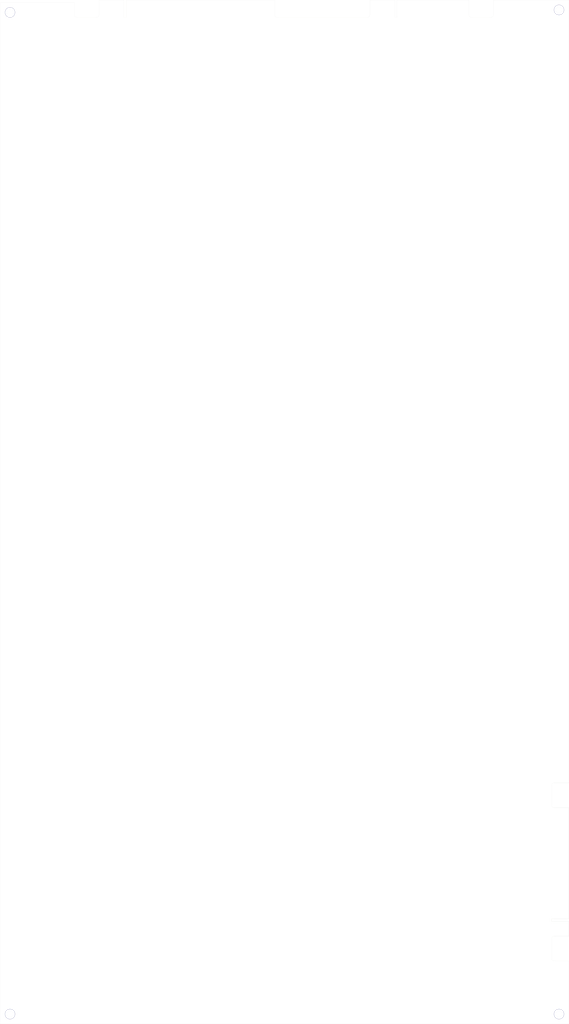
<source format=kicad_pcb>
(kicad_pcb (version 20211014) (generator pcbnew)
  (layers (0 "F.Cu" signal) (31 "B.Cu" signal) (34 "B.Paste" user) (35 "F.Paste" user) (36 "B.SilkS" user "B.Silkscreen") (37 "F.SilkS" user "F.Silkscreen") (38 "B.Mask" user) (39 "F.Mask" user) (44 "Edge.Cuts" user))
  (net 0 "")
  (footprint "Star_Wars_Vector_PCB:MountingHole" (layer "F.Cu") (at 320.04 29.21)
    (fp_text reference "REF**" hide)
    (fp_text value "MountingHole")
    (pad "1" thru_hole circle locked (at 0 0) (size 5.207 5.207) (drill 5.08) (layers *.Cu *.Mask))
  )
  (footprint "Star_Wars_Vector_PCB:MountingHole" (layer "F.Cu") (at 38.1 30.48)
    (fp_text reference "REF**" hide)
    (fp_text value "MountingHole")
    (pad "1" thru_hole circle locked (at 0 0) (size 5.207 5.207) (drill 5.08) (layers *.Cu *.Mask))
  )
  (footprint "Star_Wars_Vector_PCB:MountingHole" (layer "F.Cu") (at 38.1 544.83)
    (fp_text reference "REF**" hide)
    (fp_text value "MountingHole")
    (pad "1" thru_hole circle locked (at 0 0) (size 5.207 5.207) (drill 5.08) (layers *.Cu *.Mask))
  )
  (footprint "Star_Wars_Vector_PCB:MountingHole" (layer "F.Cu") (at 320.04 544.83)
    (fp_text reference "REF**" hide)
    (fp_text value "MountingHole")
    (pad "1" thru_hole circle locked (at 0 0) (size 5.207 5.207) (drill 5.08) (layers *.Cu *.Mask))
  )
  (gr_line (start 33.02 25.4) (end 71.12 25.4) (layer "Edge.Cuts") (width 0.0254))
  (gr_line (start 325.12 426.085) (end 325.12 382.27) (layer "Edge.Cuts") (width 0.0254))
  (gr_line (start 316.23 516.255) (end 316.23 506.095) (layer "Edge.Cuts") (width 0.0254))
  (gr_arc (start 317.5 438.785) (mid 316.601974 438.413026) (end 316.23 437.515) (layer "Edge.Cuts") (width 0.0254))
  (gr_line (start 235.585 24.13) (end 235.585 33.02) (layer "Edge.Cuts") (width 0.0254))
  (gr_line (start 325.12 25.4) (end 325.12 24.13) (layer "Edge.Cuts") (width 0.0254))
  (gr_line (start 236.855 33.02) (end 236.855 24.13) (layer "Edge.Cuts") (width 0.0254))
  (gr_line (start 222.885 24.13) (end 235.585 24.13) (layer "Edge.Cuts") (width 0.0254))
  (gr_line (start 33.02 549.91) (end 100.965 549.91) (layer "Edge.Cuts") (width 0.0254))
  (gr_line (start 325.12 549.91) (end 325.12 517.525) (layer "Edge.Cuts") (width 0.0254))
  (gr_line (start 97.79 33.02) (end 97.79 24.13) (layer "Edge.Cuts") (width 0.0254))
  (gr_line (start 317.5 438.785) (end 325.12 438.785) (layer "Edge.Cuts") (width 0.05))
  (gr_line (start 325.12 382.27) (end 325.12 25.4) (layer "Edge.Cuts") (width 0.0254))
  (gr_line (start 316.23 495.935) (end 325.12 495.935) (layer "Edge.Cuts") (width 0.05))
  (gr_line (start 257.175 549.91) (end 100.965 549.91) (layer "Edge.Cuts") (width 0.0254))
  (gr_line (start 96.52 33.02) (end 97.79 33.02) (layer "Edge.Cuts") (width 0.0254))
  (gr_line (start 285.115 33.02) (end 274.955 33.02) (layer "Edge.Cuts") (width 0.0254))
  (gr_line (start 273.685 31.75) (end 273.685 24.13) (layer "Edge.Cuts") (width 0.0254))
  (gr_line (start 316.23 497.205) (end 316.23 495.935) (layer "Edge.Cuts") (width 0.05))
  (gr_line (start 33.02 549.91) (end 33.02 25.4) (layer "Edge.Cuts") (width 0.0254))
  (gr_line (start 325.12 24.13) (end 286.385 24.13) (layer "Edge.Cuts") (width 0.0254))
  (gr_line (start 325.12 438.785) (end 325.12 495.935) (layer "Edge.Cuts") (width 0.05))
  (gr_arc (start 83.82 31.75) (mid 83.448026 32.648026) (end 82.55 33.02) (layer "Edge.Cuts") (width 0.0254))
  (gr_line (start 316.23 437.515) (end 316.23 427.355) (layer "Edge.Cuts") (width 0.0254))
  (gr_line (start 173.99 31.75) (end 173.99 24.13) (layer "Edge.Cuts") (width 0.0254))
  (gr_line (start 173.99 24.13) (end 97.79 24.13) (layer "Edge.Cuts") (width 0.0254))
  (gr_arc (start 286.385 31.75) (mid 286.013026 32.648026) (end 285.115 33.02) (layer "Edge.Cuts") (width 0.0254))
  (gr_arc (start 274.955 33.02) (mid 274.056974 32.648026) (end 273.685 31.75) (layer "Edge.Cuts") (width 0.0254))
  (gr_line (start 83.82 24.13) (end 96.52 24.13) (layer "Edge.Cuts") (width 0.0254))
  (gr_line (start 221.615 33.02) (end 175.26 33.02) (layer "Edge.Cuts") (width 0.0254))
  (gr_arc (start 316.23 506.095) (mid 316.601974 505.196974) (end 317.5 504.825) (layer "Edge.Cuts") (width 0.0254))
  (gr_arc (start 222.885 31.75) (mid 222.513026 32.648026) (end 221.615 33.02) (layer "Edge.Cuts") (width 0.0254))
  (gr_line (start 325.12 549.91) (end 257.175 549.91) (layer "Edge.Cuts") (width 0.0254))
  (gr_arc (start 317.5 517.525) (mid 316.601974 517.153026) (end 316.23 516.255) (layer "Edge.Cuts") (width 0.0254))
  (gr_arc (start 72.39 33.02) (mid 71.491974 32.648026) (end 71.12 31.75) (layer "Edge.Cuts") (width 0.0254))
  (gr_line (start 236.855 24.13) (end 273.685 24.13) (layer "Edge.Cuts") (width 0.0254))
  (gr_line (start 96.52 24.13) (end 96.52 33.02) (layer "Edge.Cuts") (width 0.0254))
  (gr_line (start 82.55 33.02) (end 72.39 33.02) (layer "Edge.Cuts") (width 0.0254))
  (gr_line (start 325.12 504.825) (end 325.12 497.205) (layer "Edge.Cuts") (width 0.05))
  (gr_line (start 71.12 31.75) (end 71.12 25.4) (layer "Edge.Cuts") (width 0.0254))
  (gr_line (start 222.885 31.75) (end 222.885 24.13) (layer "Edge.Cuts") (width 0.0254))
  (gr_line (start 317.5 426.085) (end 325.12 426.085) (layer "Edge.Cuts") (width 0.05))
  (gr_arc (start 316.23 427.355) (mid 316.601974 426.456974) (end 317.5 426.085) (layer "Edge.Cuts") (width 0.0254))
  (gr_arc (start 175.26 33.02) (mid 174.361974 32.648026) (end 173.99 31.75) (layer "Edge.Cuts") (width 0.0254))
  (gr_line (start 317.5 504.825) (end 325.12 504.825) (layer "Edge.Cuts") (width 0.05))
  (gr_line (start 286.385 31.75) (end 286.385 24.13) (layer "Edge.Cuts") (width 0.0254))
  (gr_line (start 325.12 497.205) (end 316.23 497.205) (layer "Edge.Cuts") (width 0.05))
  (gr_line (start 83.82 31.75) (end 83.82 24.13) (layer "Edge.Cuts") (width 0.0254))
  (gr_line (start 317.5 517.525) (end 325.12 517.525) (layer "Edge.Cuts") (width 0.0254))
  (gr_line (start 235.585 33.02) (end 236.855 33.02) (layer "Edge.Cuts") (width 0.0254))
)
</source>
